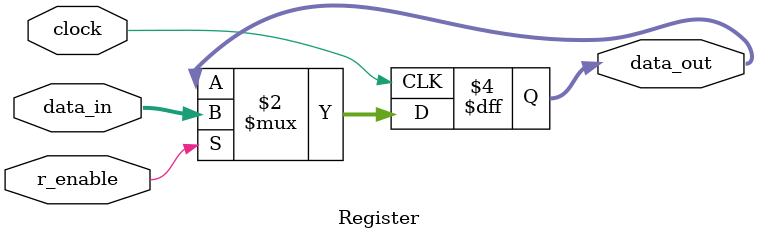
<source format=v>

module Register(clock, r_enable, data_in, data_out);

input             clock;
input             r_enable;
input      [15:0] data_in;
output reg [15:0] data_out;

always @(posedge clock)
begin
    if(r_enable)
        data_out <= data_in;
end

endmodule
</source>
